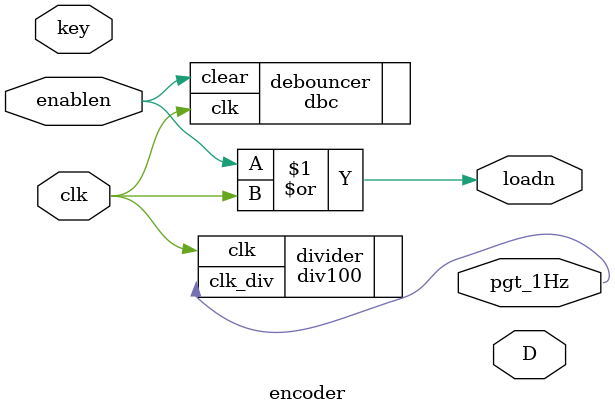
<source format=v>
module encoder (
    input wire [9:0] key,
    input wire clk,
    input wire enablen,
    output reg [3:0] D,
    output wire pgt_1Hz,
    output wire loadn
);

    div100 divider(.clk(clk), .clk_div(pgt_1Hz));
    dbc debouncer(.clk(clk), .clear(enablen));
    assign loadn = enablen | clk;
    
endmodule
</source>
